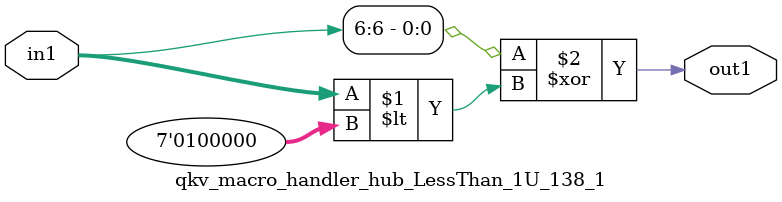
<source format=v>

`timescale 1ps / 1ps


module qkv_macro_handler_hub_LessThan_1U_138_1( in1, out1 );

    input [6:0] in1;
    output out1;

    
    // rtl_process:qkv_macro_handler_hub_LessThan_1U_35_1/qkv_macro_handler_hub_LessThan_1U_35_1_thread_1
    assign out1 = (in1[6] ^ in1 < 7'd032);

endmodule





</source>
